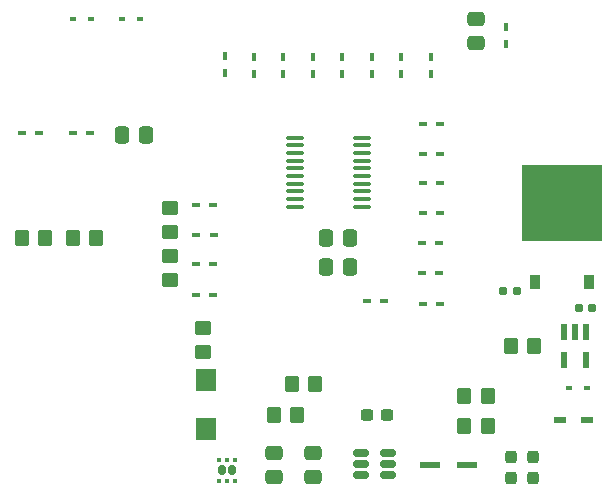
<source format=gbr>
%TF.GenerationSoftware,KiCad,Pcbnew,8.0.3*%
%TF.CreationDate,2024-08-05T20:49:33+08:00*%
%TF.ProjectId,PC_Fan_Control,50435f46-616e-45f4-936f-6e74726f6c2e,v1.0*%
%TF.SameCoordinates,Original*%
%TF.FileFunction,Paste,Top*%
%TF.FilePolarity,Positive*%
%FSLAX46Y46*%
G04 Gerber Fmt 4.6, Leading zero omitted, Abs format (unit mm)*
G04 Created by KiCad (PCBNEW 8.0.3) date 2024-08-05 20:49:33*
%MOMM*%
%LPD*%
G01*
G04 APERTURE LIST*
G04 Aperture macros list*
%AMRoundRect*
0 Rectangle with rounded corners*
0 $1 Rounding radius*
0 $2 $3 $4 $5 $6 $7 $8 $9 X,Y pos of 4 corners*
0 Add a 4 corners polygon primitive as box body*
4,1,4,$2,$3,$4,$5,$6,$7,$8,$9,$2,$3,0*
0 Add four circle primitives for the rounded corners*
1,1,$1+$1,$2,$3*
1,1,$1+$1,$4,$5*
1,1,$1+$1,$6,$7*
1,1,$1+$1,$8,$9*
0 Add four rect primitives between the rounded corners*
20,1,$1+$1,$2,$3,$4,$5,0*
20,1,$1+$1,$4,$5,$6,$7,0*
20,1,$1+$1,$6,$7,$8,$9,0*
20,1,$1+$1,$8,$9,$2,$3,0*%
G04 Aperture macros list end*
%ADD10RoundRect,0.155000X0.212500X0.155000X-0.212500X0.155000X-0.212500X-0.155000X0.212500X-0.155000X0*%
%ADD11RoundRect,0.237500X0.237500X-0.300000X0.237500X0.300000X-0.237500X0.300000X-0.237500X-0.300000X0*%
%ADD12R,0.670000X0.420000*%
%ADD13R,0.420000X0.670000*%
%ADD14R,0.609600X0.355600*%
%ADD15RoundRect,0.250000X0.450000X-0.350000X0.450000X0.350000X-0.450000X0.350000X-0.450000X-0.350000X0*%
%ADD16R,1.750000X0.600000*%
%ADD17R,1.085000X0.550000*%
%ADD18R,1.670000X1.870000*%
%ADD19RoundRect,0.250000X0.350000X0.450000X-0.350000X0.450000X-0.350000X-0.450000X0.350000X-0.450000X0*%
%ADD20RoundRect,0.250000X0.337500X0.475000X-0.337500X0.475000X-0.337500X-0.475000X0.337500X-0.475000X0*%
%ADD21R,0.558800X1.320800*%
%ADD22RoundRect,0.250000X-0.475000X0.337500X-0.475000X-0.337500X0.475000X-0.337500X0.475000X0.337500X0*%
%ADD23RoundRect,0.250000X-0.350000X-0.450000X0.350000X-0.450000X0.350000X0.450000X-0.350000X0.450000X0*%
%ADD24RoundRect,0.160000X0.160000X-0.245000X0.160000X0.245000X-0.160000X0.245000X-0.160000X-0.245000X0*%
%ADD25RoundRect,0.093750X0.106250X-0.093750X0.106250X0.093750X-0.106250X0.093750X-0.106250X-0.093750X0*%
%ADD26RoundRect,0.237500X-0.300000X-0.237500X0.300000X-0.237500X0.300000X0.237500X-0.300000X0.237500X0*%
%ADD27RoundRect,0.100000X0.637500X0.100000X-0.637500X0.100000X-0.637500X-0.100000X0.637500X-0.100000X0*%
%ADD28R,0.889000X1.219200*%
%ADD29R,6.731000X6.502400*%
%ADD30RoundRect,0.250000X0.475000X-0.337500X0.475000X0.337500X-0.475000X0.337500X-0.475000X-0.337500X0*%
%ADD31RoundRect,0.155000X-0.212500X-0.155000X0.212500X-0.155000X0.212500X0.155000X-0.212500X0.155000X0*%
%ADD32RoundRect,0.250000X-0.450000X0.350000X-0.450000X-0.350000X0.450000X-0.350000X0.450000X0.350000X0*%
%ADD33RoundRect,0.150000X0.512500X0.150000X-0.512500X0.150000X-0.512500X-0.150000X0.512500X-0.150000X0*%
G04 APERTURE END LIST*
D10*
%TO.C,C7*%
X151102967Y-122890600D03*
X149967967Y-122890600D03*
%TD*%
D11*
%TO.C,C4*%
X150594500Y-138724400D03*
X150594500Y-136999400D03*
%TD*%
D12*
%TO.C,D11*%
X110679500Y-109567400D03*
X109229500Y-109567400D03*
%TD*%
%TO.C,D9*%
X125448500Y-118203400D03*
X123998500Y-118203400D03*
%TD*%
%TO.C,D8*%
X125411500Y-120616400D03*
X123961500Y-120616400D03*
%TD*%
%TO.C,D19*%
X143150100Y-108780000D03*
X144600100Y-108780000D03*
%TD*%
D13*
%TO.C,D24*%
X136345100Y-104540400D03*
X136345100Y-103090400D03*
%TD*%
D14*
%TO.C,U7*%
X119212800Y-99915400D03*
X117714200Y-99915400D03*
%TD*%
D15*
%TO.C,R7*%
X121765500Y-121997400D03*
X121765500Y-119997400D03*
%TD*%
D12*
%TO.C,D7*%
X125411500Y-123283400D03*
X123961500Y-123283400D03*
%TD*%
D13*
%TO.C,D21*%
X128849300Y-104540400D03*
X128849300Y-103090400D03*
%TD*%
%TO.C,D26*%
X141342300Y-104540400D03*
X141342300Y-103090400D03*
%TD*%
D12*
%TO.C,D16*%
X143175500Y-116298400D03*
X144625500Y-116298400D03*
%TD*%
D16*
%TO.C,L1*%
X143811500Y-137634400D03*
X146911500Y-137634400D03*
%TD*%
D12*
%TO.C,D12*%
X113547500Y-109567400D03*
X114997500Y-109567400D03*
%TD*%
D17*
%TO.C,D3*%
X157071500Y-133824400D03*
X154791500Y-133824400D03*
%TD*%
D18*
%TO.C,D1*%
X124813500Y-134575600D03*
X124813500Y-130425600D03*
%TD*%
D19*
%TO.C,R1*%
X148673500Y-134332400D03*
X146673500Y-134332400D03*
%TD*%
D20*
%TO.C,C10*%
X119755000Y-109694400D03*
X117680000Y-109694400D03*
%TD*%
D21*
%TO.C,U3*%
X157005501Y-126407600D03*
X156055500Y-126407600D03*
X155105499Y-126407600D03*
X155105499Y-128795200D03*
X157005501Y-128795200D03*
%TD*%
D14*
%TO.C,U5*%
X157058800Y-131157400D03*
X155560200Y-131157400D03*
%TD*%
D12*
%TO.C,D2*%
X138439500Y-123791400D03*
X139889500Y-123791400D03*
%TD*%
D13*
%TO.C,D25*%
X138843700Y-104540400D03*
X138843700Y-103090400D03*
%TD*%
D22*
%TO.C,C2*%
X130528500Y-136618400D03*
X130528500Y-138693400D03*
%TD*%
D23*
%TO.C,R2*%
X130528500Y-133443400D03*
X132528500Y-133443400D03*
%TD*%
D19*
%TO.C,R9*%
X111208500Y-118457400D03*
X109208500Y-118457400D03*
%TD*%
D24*
%TO.C,U2*%
X126186467Y-138087100D03*
X126986467Y-138087100D03*
D25*
X125936467Y-138974600D03*
X126586467Y-138974600D03*
X127236467Y-138974600D03*
X127236467Y-137199600D03*
X126586467Y-137199600D03*
X125936467Y-137199600D03*
%TD*%
D12*
%TO.C,D10*%
X125411500Y-115663400D03*
X123961500Y-115663400D03*
%TD*%
D23*
%TO.C,R10*%
X113510500Y-118457400D03*
X115510500Y-118457400D03*
%TD*%
D14*
%TO.C,U6*%
X115035467Y-99890600D03*
X113536867Y-99890600D03*
%TD*%
D13*
%TO.C,D23*%
X133846500Y-104540400D03*
X133846500Y-103090400D03*
%TD*%
D12*
%TO.C,D14*%
X143124700Y-121434400D03*
X144574700Y-121434400D03*
%TD*%
%TO.C,D18*%
X143150100Y-111294600D03*
X144600100Y-111294600D03*
%TD*%
D19*
%TO.C,R5*%
X152610500Y-127601400D03*
X150610500Y-127601400D03*
%TD*%
D12*
%TO.C,D15*%
X143124700Y-118889200D03*
X144574700Y-118889200D03*
%TD*%
D13*
%TO.C,D6*%
X150213500Y-102037400D03*
X150213500Y-100587400D03*
%TD*%
D11*
%TO.C,C5*%
X152499500Y-138724400D03*
X152499500Y-136999400D03*
%TD*%
D20*
%TO.C,C8*%
X137027000Y-118457400D03*
X134952000Y-118457400D03*
%TD*%
D26*
%TO.C,C1*%
X138429000Y-133443400D03*
X140154000Y-133443400D03*
%TD*%
D12*
%TO.C,D17*%
X143163900Y-113809200D03*
X144613900Y-113809200D03*
%TD*%
D13*
%TO.C,D22*%
X131347900Y-104540400D03*
X131347900Y-103090400D03*
%TD*%
D15*
%TO.C,R8*%
X121765500Y-117933400D03*
X121765500Y-115933400D03*
%TD*%
D27*
%TO.C,U8*%
X138031500Y-115790400D03*
X138031500Y-115140400D03*
X138031500Y-114490400D03*
X138031500Y-113840400D03*
X138031500Y-113190400D03*
X138031500Y-112540400D03*
X138031500Y-111890400D03*
X138031500Y-111240400D03*
X138031500Y-110590400D03*
X138031500Y-109940400D03*
X132306500Y-109940400D03*
X132306500Y-110590400D03*
X132306500Y-111240400D03*
X132306500Y-111890400D03*
X132306500Y-112540400D03*
X132306500Y-113190400D03*
X132306500Y-113840400D03*
X132306500Y-114490400D03*
X132306500Y-115140400D03*
X132306500Y-115790400D03*
%TD*%
D28*
%TO.C,U4*%
X152627500Y-122165800D03*
D29*
X154912500Y-115511000D03*
D28*
X157197500Y-122165800D03*
%TD*%
D30*
%TO.C,C11*%
X147673500Y-101968900D03*
X147673500Y-99893900D03*
%TD*%
D31*
%TO.C,C6*%
X156367967Y-124390600D03*
X157502967Y-124390600D03*
%TD*%
D32*
%TO.C,R6*%
X124559500Y-126093400D03*
X124559500Y-128093400D03*
%TD*%
D13*
%TO.C,D27*%
X143840900Y-104540400D03*
X143840900Y-103090400D03*
%TD*%
%TO.C,D20*%
X126407000Y-104497100D03*
X126407000Y-103047100D03*
%TD*%
D12*
%TO.C,D13*%
X143150100Y-124045400D03*
X144600100Y-124045400D03*
%TD*%
D20*
%TO.C,C9*%
X137027000Y-120870400D03*
X134952000Y-120870400D03*
%TD*%
D22*
%TO.C,C3*%
X133830500Y-136618400D03*
X133830500Y-138693400D03*
%TD*%
D33*
%TO.C,U1*%
X140180500Y-138518400D03*
X140180500Y-137568400D03*
X140180500Y-136618400D03*
X137905500Y-136618400D03*
X137905500Y-137568400D03*
X137905500Y-138518400D03*
%TD*%
D23*
%TO.C,R3*%
X146673500Y-131792400D03*
X148673500Y-131792400D03*
%TD*%
D19*
%TO.C,R4*%
X134068500Y-130776400D03*
X132068500Y-130776400D03*
%TD*%
M02*

</source>
